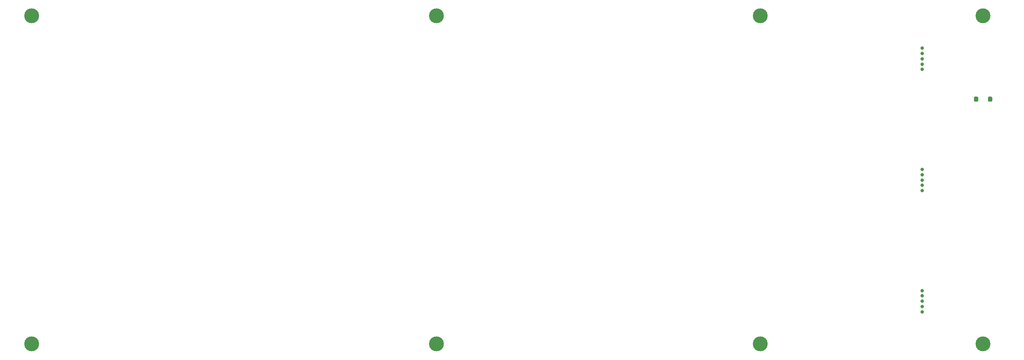
<source format=gbr>
G04 #@! TF.GenerationSoftware,KiCad,Pcbnew,(5.1.10-1-10_14)*
G04 #@! TF.CreationDate,2021-08-14T15:35:22-05:00*
G04 #@! TF.ProjectId,ori_bottom_plate,6f72695f-626f-4747-946f-6d5f706c6174,rev?*
G04 #@! TF.SameCoordinates,Original*
G04 #@! TF.FileFunction,Soldermask,Top*
G04 #@! TF.FilePolarity,Negative*
%FSLAX46Y46*%
G04 Gerber Fmt 4.6, Leading zero omitted, Abs format (unit mm)*
G04 Created by KiCad (PCBNEW (5.1.10-1-10_14)) date 2021-08-14 15:35:22*
%MOMM*%
%LPD*%
G01*
G04 APERTURE LIST*
%ADD10C,3.500000*%
%ADD11C,0.800000*%
G04 APERTURE END LIST*
D10*
X336973458Y-117264265D03*
X336973458Y-39873575D03*
X260773394Y-117264265D03*
X260773394Y-39873575D03*
X165523314Y-117264265D03*
X165523314Y-39873575D03*
G36*
G01*
X388211370Y-59168840D02*
X388211370Y-59868840D01*
G75*
G02*
X387961370Y-60118840I-250000J0D01*
G01*
X387461370Y-60118840D01*
G75*
G02*
X387211370Y-59868840I0J250000D01*
G01*
X387211370Y-59168840D01*
G75*
G02*
X387461370Y-58918840I250000J0D01*
G01*
X387961370Y-58918840D01*
G75*
G02*
X388211370Y-59168840I0J-250000D01*
G01*
G37*
G36*
G01*
X391511370Y-59168840D02*
X391511370Y-59868840D01*
G75*
G02*
X391261370Y-60118840I-250000J0D01*
G01*
X390761370Y-60118840D01*
G75*
G02*
X390511370Y-59868840I0J250000D01*
G01*
X390511370Y-59168840D01*
G75*
G02*
X390761370Y-58918840I250000J0D01*
G01*
X391261370Y-58918840D01*
G75*
G02*
X391511370Y-59168840I0J-250000D01*
G01*
G37*
X389360818Y-39873640D03*
D11*
X375048450Y-52493800D03*
X375048450Y-51243800D03*
X375048450Y-47493800D03*
X375048450Y-48743800D03*
X375048450Y-49993800D03*
X375048450Y-109656700D03*
X375048450Y-108406700D03*
X375048450Y-104656700D03*
X375048450Y-105906700D03*
X375048450Y-107156700D03*
X375048450Y-81081580D03*
X375048450Y-79831580D03*
X375048450Y-76081580D03*
X375048450Y-77331580D03*
X375048450Y-78581580D03*
D10*
X389360818Y-117264200D03*
M02*

</source>
